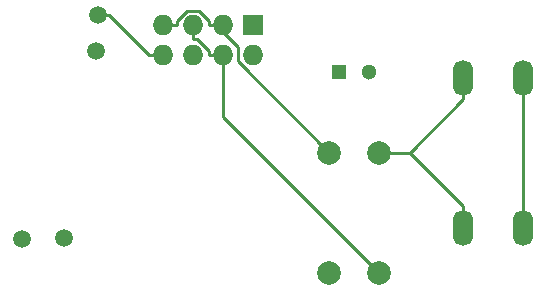
<source format=gbl>
G04 #@! TF.FileFunction,Copper,L2,Bot,Signal*
%FSLAX46Y46*%
G04 Gerber Fmt 4.6, Leading zero omitted, Abs format (unit mm)*
G04 Created by KiCad (PCBNEW 4.0.2+e4-6225~38~ubuntu16.04.1-stable) date 2016년 06월 28일 (화) 오후 06시 01분 50초*
%MOMM*%
G01*
G04 APERTURE LIST*
%ADD10C,0.100000*%
%ADD11C,1.300000*%
%ADD12R,1.300000X1.300000*%
%ADD13C,1.998980*%
%ADD14R,1.727200X1.727200*%
%ADD15O,1.727200X1.727200*%
%ADD16C,1.500000*%
%ADD17O,1.727200X3.048000*%
%ADD18C,0.250000*%
G04 APERTURE END LIST*
D10*
D11*
X93533600Y-61112400D03*
D12*
X91033600Y-61112400D03*
D13*
X94437200Y-67970400D03*
X94437200Y-78130400D03*
X90170000Y-78079600D03*
X90170000Y-67919600D03*
D14*
X83718400Y-57150000D03*
D15*
X83718400Y-59690000D03*
X81178400Y-57150000D03*
X81178400Y-59690000D03*
X78638400Y-57150000D03*
X78638400Y-59690000D03*
X76098400Y-57150000D03*
X76098400Y-59690000D03*
D16*
X70612000Y-56286400D03*
X70408800Y-59334400D03*
X64160400Y-75234800D03*
X67767200Y-75184000D03*
D17*
X101498000Y-61569600D03*
X106578000Y-61569600D03*
X101498000Y-74269600D03*
X106578000Y-74269600D03*
D18*
X106578000Y-74269600D02*
X106578000Y-61569600D01*
X101498000Y-61569600D02*
X101498000Y-63418900D01*
X101498000Y-74269600D02*
X101498000Y-72420300D01*
X101498000Y-72420300D02*
X96997300Y-67919600D01*
X96946500Y-67970400D02*
X96997300Y-67919600D01*
X94437200Y-67970400D02*
X96946500Y-67970400D01*
X96997300Y-67919600D02*
X101498000Y-63418900D01*
X71505900Y-56286400D02*
X74909500Y-59690000D01*
X70612000Y-56286400D02*
X71505900Y-56286400D01*
X76098400Y-59690000D02*
X74909500Y-59690000D01*
X79989500Y-56778400D02*
X79989500Y-57150000D01*
X79172200Y-55961100D02*
X79989500Y-56778400D01*
X78104700Y-55961100D02*
X79172200Y-55961100D01*
X77287300Y-56778500D02*
X78104700Y-55961100D01*
X77287300Y-57150000D02*
X77287300Y-56778500D01*
X76098400Y-57150000D02*
X77287300Y-57150000D01*
X81178400Y-57150000D02*
X80589900Y-57150000D01*
X80589900Y-57150000D02*
X79989500Y-57150000D01*
X82448400Y-60198000D02*
X90170000Y-67919600D01*
X82448400Y-59008500D02*
X82448400Y-60198000D01*
X80589900Y-57150000D02*
X82448400Y-59008500D01*
X78638400Y-57150000D02*
X78638400Y-58338900D01*
X81178400Y-64871600D02*
X94437200Y-78130400D01*
X81178400Y-59690000D02*
X81178400Y-64871600D01*
X79009900Y-58338900D02*
X78638400Y-58338900D01*
X79989500Y-59318500D02*
X79009900Y-58338900D01*
X79989500Y-59690000D02*
X79989500Y-59318500D01*
X81178400Y-59690000D02*
X79989500Y-59690000D01*
M02*

</source>
